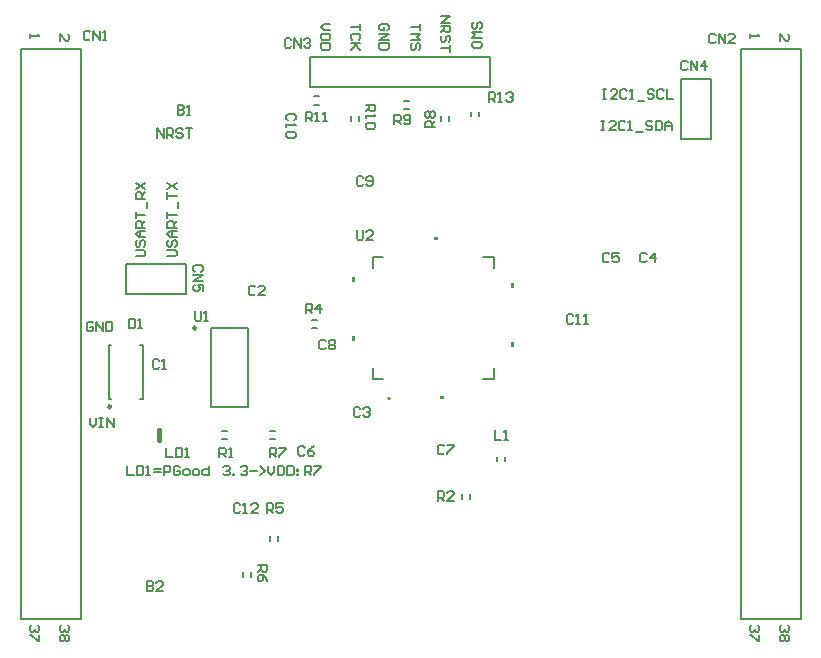
<source format=gto>
G04*
G04 #@! TF.GenerationSoftware,Altium Limited,Altium Designer,19.1.8 (144)*
G04*
G04 Layer_Color=65535*
%FSLAX25Y25*%
%MOIN*%
G70*
G01*
G75*
%ADD10C,0.00600*%
%ADD11C,0.00984*%
%ADD12C,0.00787*%
%ADD13C,0.01575*%
G36*
X466012Y216860D02*
Y215360D01*
X465012D01*
Y216860D01*
X466012D01*
D02*
G37*
G36*
Y236545D02*
Y235045D01*
X465012D01*
Y236545D01*
X466012D01*
D02*
G37*
G36*
X492234Y248988D02*
Y249988D01*
X493734D01*
Y248988D01*
X492234D01*
D02*
G37*
G36*
X494203Y197012D02*
Y196012D01*
X495703D01*
Y197012D01*
X494203D01*
D02*
G37*
G36*
X517988Y214892D02*
Y213392D01*
X518988D01*
Y214892D01*
X517988D01*
D02*
G37*
G36*
Y234577D02*
Y233077D01*
X518988D01*
Y234577D01*
X517988D01*
D02*
G37*
D10*
X477536Y196028D02*
G03*
X477536Y196028I-300J0D01*
G01*
X471800Y243200D02*
X475329D01*
X512200Y239671D02*
Y243200D01*
X508671Y202800D02*
X512200D01*
X471800D02*
X475329D01*
X471800Y239671D02*
Y243200D01*
X508671D02*
X512200D01*
Y202800D02*
Y206329D01*
X471800Y202800D02*
Y206329D01*
X466500Y252199D02*
Y249533D01*
X467033Y249000D01*
X468099D01*
X468633Y249533D01*
Y252199D01*
X471832Y249000D02*
X469699D01*
X471832Y251133D01*
Y251666D01*
X471298Y252199D01*
X470232D01*
X469699Y251666D01*
X445666Y288867D02*
X446199Y289401D01*
Y290467D01*
X445666Y291000D01*
X443533D01*
X443000Y290467D01*
Y289401D01*
X443533Y288867D01*
X443000Y287801D02*
Y286735D01*
Y287268D01*
X446199D01*
X445666Y287801D01*
Y285135D02*
X446199Y284602D01*
Y283536D01*
X445666Y283003D01*
X443533D01*
X443000Y283536D01*
Y284602D01*
X443533Y285135D01*
X445666D01*
X510500Y295000D02*
Y298199D01*
X512100D01*
X512633Y297666D01*
Y296600D01*
X512100Y296066D01*
X510500D01*
X511566D02*
X512633Y295000D01*
X513699D02*
X514765D01*
X514232D01*
Y298199D01*
X513699Y297666D01*
X516365D02*
X516898Y298199D01*
X517964D01*
X518497Y297666D01*
Y297133D01*
X517964Y296600D01*
X517431D01*
X517964D01*
X518497Y296066D01*
Y295533D01*
X517964Y295000D01*
X516898D01*
X516365Y295533D01*
X610166Y120500D02*
X610699Y119967D01*
Y118901D01*
X610166Y118367D01*
X609633D01*
X609099Y118901D01*
Y119434D01*
Y118901D01*
X608566Y118367D01*
X608033D01*
X607500Y118901D01*
Y119967D01*
X608033Y120500D01*
X610166Y117301D02*
X610699Y116768D01*
Y115701D01*
X610166Y115168D01*
X609633D01*
X609099Y115701D01*
X608566Y115168D01*
X608033D01*
X607500Y115701D01*
Y116768D01*
X608033Y117301D01*
X608566D01*
X609099Y116768D01*
X609633Y117301D01*
X610166D01*
X609099Y116768D02*
Y115701D01*
X600166Y120500D02*
X600699Y119967D01*
Y118901D01*
X600166Y118367D01*
X599633D01*
X599099Y118901D01*
Y119434D01*
Y118901D01*
X598566Y118367D01*
X598033D01*
X597500Y118901D01*
Y119967D01*
X598033Y120500D01*
X600699Y117301D02*
Y115168D01*
X600166D01*
X598033Y117301D01*
X597500D01*
Y317500D02*
Y316434D01*
Y316967D01*
X600699D01*
X600166Y317500D01*
X607500Y315367D02*
Y317500D01*
X609633Y315367D01*
X610166D01*
X610699Y315900D01*
Y316967D01*
X610166Y317500D01*
X400000Y283000D02*
Y286199D01*
X402133Y283000D01*
Y286199D01*
X403199Y283000D02*
Y286199D01*
X404799D01*
X405332Y285666D01*
Y284599D01*
X404799Y284066D01*
X403199D01*
X404265D02*
X405332Y283000D01*
X408531Y285666D02*
X407997Y286199D01*
X406931D01*
X406398Y285666D01*
Y285133D01*
X406931Y284599D01*
X407997D01*
X408531Y284066D01*
Y283533D01*
X407997Y283000D01*
X406931D01*
X406398Y283533D01*
X409597Y286199D02*
X411730D01*
X410663D01*
Y283000D01*
X377500Y189699D02*
Y187566D01*
X378566Y186500D01*
X379633Y187566D01*
Y189699D01*
X380699D02*
X381765D01*
X381232D01*
Y186500D01*
X380699D01*
X381765D01*
X383365D02*
Y189699D01*
X385497Y186500D01*
Y189699D01*
X378633Y221166D02*
X378099Y221699D01*
X377033D01*
X376500Y221166D01*
Y219033D01*
X377033Y218500D01*
X378099D01*
X378633Y219033D01*
Y220099D01*
X377566D01*
X379699Y218500D02*
Y221699D01*
X381832Y218500D01*
Y221699D01*
X382898D02*
Y218500D01*
X384497D01*
X385031Y219033D01*
Y221166D01*
X384497Y221699D01*
X382898D01*
X392801Y243500D02*
X395467D01*
X396000Y244033D01*
Y245099D01*
X395467Y245633D01*
X392801D01*
X393334Y248832D02*
X392801Y248299D01*
Y247232D01*
X393334Y246699D01*
X393867D01*
X394401Y247232D01*
Y248299D01*
X394934Y248832D01*
X395467D01*
X396000Y248299D01*
Y247232D01*
X395467Y246699D01*
X396000Y249898D02*
X393867D01*
X392801Y250964D01*
X393867Y252031D01*
X396000D01*
X394401D01*
Y249898D01*
X396000Y253097D02*
X392801D01*
Y254696D01*
X393334Y255230D01*
X394401D01*
X394934Y254696D01*
Y253097D01*
Y254163D02*
X396000Y255230D01*
X392801Y256296D02*
Y258429D01*
Y257362D01*
X396000D01*
X396533Y259495D02*
Y261628D01*
X396000Y262694D02*
X392801D01*
Y264293D01*
X393334Y264826D01*
X394401D01*
X394934Y264293D01*
Y262694D01*
Y263760D02*
X396000Y264826D01*
X392801Y265893D02*
X396000Y268025D01*
X392801D02*
X396000Y265893D01*
X403301Y243500D02*
X405967D01*
X406500Y244033D01*
Y245099D01*
X405967Y245633D01*
X403301D01*
X403834Y248832D02*
X403301Y248299D01*
Y247232D01*
X403834Y246699D01*
X404367D01*
X404901Y247232D01*
Y248299D01*
X405434Y248832D01*
X405967D01*
X406500Y248299D01*
Y247232D01*
X405967Y246699D01*
X406500Y249898D02*
X404367D01*
X403301Y250964D01*
X404367Y252031D01*
X406500D01*
X404901D01*
Y249898D01*
X406500Y253097D02*
X403301D01*
Y254696D01*
X403834Y255230D01*
X404901D01*
X405434Y254696D01*
Y253097D01*
Y254163D02*
X406500Y255230D01*
X403301Y256296D02*
Y258429D01*
Y257362D01*
X406500D01*
X407033Y259495D02*
Y261628D01*
X403301Y262694D02*
Y264826D01*
Y263760D01*
X406500D01*
X403301Y265893D02*
X406500Y268025D01*
X403301D02*
X406500Y265893D01*
X548000Y288699D02*
X549066D01*
X548533D01*
Y285500D01*
X548000D01*
X549066D01*
X552798D02*
X550666D01*
X552798Y287633D01*
Y288166D01*
X552265Y288699D01*
X551199D01*
X550666Y288166D01*
X555997D02*
X555464Y288699D01*
X554398D01*
X553865Y288166D01*
Y286033D01*
X554398Y285500D01*
X555464D01*
X555997Y286033D01*
X557064Y285500D02*
X558130D01*
X557597D01*
Y288699D01*
X557064Y288166D01*
X559729Y284967D02*
X561862D01*
X565061Y288166D02*
X564528Y288699D01*
X563462D01*
X562928Y288166D01*
Y287633D01*
X563462Y287100D01*
X564528D01*
X565061Y286566D01*
Y286033D01*
X564528Y285500D01*
X563462D01*
X562928Y286033D01*
X566127Y288699D02*
Y285500D01*
X567727D01*
X568260Y286033D01*
Y288166D01*
X567727Y288699D01*
X566127D01*
X569326Y285500D02*
Y287633D01*
X570393Y288699D01*
X571459Y287633D01*
Y285500D01*
Y287100D01*
X569326D01*
X548500Y299199D02*
X549566D01*
X549033D01*
Y296000D01*
X548500D01*
X549566D01*
X553298D02*
X551166D01*
X553298Y298133D01*
Y298666D01*
X552765Y299199D01*
X551699D01*
X551166Y298666D01*
X556497D02*
X555964Y299199D01*
X554898D01*
X554365Y298666D01*
Y296533D01*
X554898Y296000D01*
X555964D01*
X556497Y296533D01*
X557564Y296000D02*
X558630D01*
X558097D01*
Y299199D01*
X557564Y298666D01*
X560229Y295467D02*
X562362D01*
X565561Y298666D02*
X565028Y299199D01*
X563962D01*
X563428Y298666D01*
Y298133D01*
X563962Y297600D01*
X565028D01*
X565561Y297066D01*
Y296533D01*
X565028Y296000D01*
X563962D01*
X563428Y296533D01*
X568760Y298666D02*
X568227Y299199D01*
X567161D01*
X566628Y298666D01*
Y296533D01*
X567161Y296000D01*
X568227D01*
X568760Y296533D01*
X569827Y299199D02*
Y296000D01*
X571959D01*
X370166Y120500D02*
X370699Y119967D01*
Y118901D01*
X370166Y118367D01*
X369633D01*
X369099Y118901D01*
Y119434D01*
Y118901D01*
X368566Y118367D01*
X368033D01*
X367500Y118901D01*
Y119967D01*
X368033Y120500D01*
X370166Y117301D02*
X370699Y116768D01*
Y115701D01*
X370166Y115168D01*
X369633D01*
X369099Y115701D01*
X368566Y115168D01*
X368033D01*
X367500Y115701D01*
Y116768D01*
X368033Y117301D01*
X368566D01*
X369099Y116768D01*
X369633Y117301D01*
X370166D01*
X369099Y116768D02*
Y115701D01*
X360166Y120500D02*
X360699Y119967D01*
Y118901D01*
X360166Y118367D01*
X359633D01*
X359100Y118901D01*
Y119434D01*
Y118901D01*
X358566Y118367D01*
X358033D01*
X357500Y118901D01*
Y119967D01*
X358033Y120500D01*
X360699Y117301D02*
Y115168D01*
X360166D01*
X358033Y117301D01*
X357500D01*
Y317500D02*
Y316434D01*
Y316967D01*
X360699D01*
X360166Y317500D01*
X367500Y315367D02*
Y317500D01*
X369633Y315367D01*
X370166D01*
X370699Y315900D01*
Y316967D01*
X370166Y317500D01*
X390000Y173699D02*
Y170500D01*
X392133D01*
X393199Y173699D02*
Y170500D01*
X394798D01*
X395332Y171033D01*
Y173166D01*
X394798Y173699D01*
X393199D01*
X396398Y170500D02*
X397464D01*
X396931D01*
Y173699D01*
X396398Y173166D01*
X399064Y171566D02*
X401196D01*
X399064Y172633D02*
X401196D01*
X402263Y170500D02*
Y173699D01*
X403862D01*
X404395Y173166D01*
Y172099D01*
X403862Y171566D01*
X402263D01*
X407594Y173166D02*
X407061Y173699D01*
X405995D01*
X405462Y173166D01*
Y171033D01*
X405995Y170500D01*
X407061D01*
X407594Y171033D01*
Y172099D01*
X406528D01*
X409194Y170500D02*
X410260D01*
X410793Y171033D01*
Y172099D01*
X410260Y172633D01*
X409194D01*
X408661Y172099D01*
Y171033D01*
X409194Y170500D01*
X412393D02*
X413459D01*
X413992Y171033D01*
Y172099D01*
X413459Y172633D01*
X412393D01*
X411860Y172099D01*
Y171033D01*
X412393Y170500D01*
X417191Y173699D02*
Y170500D01*
X415592D01*
X415059Y171033D01*
Y172099D01*
X415592Y172633D01*
X417191D01*
X422000Y173166D02*
X422533Y173699D01*
X423599D01*
X424133Y173166D01*
Y172633D01*
X423599Y172099D01*
X423066D01*
X423599D01*
X424133Y171566D01*
Y171033D01*
X423599Y170500D01*
X422533D01*
X422000Y171033D01*
X425199Y170500D02*
Y171033D01*
X425732D01*
Y170500D01*
X425199D01*
X427865Y173166D02*
X428398Y173699D01*
X429464D01*
X429997Y173166D01*
Y172633D01*
X429464Y172099D01*
X428931D01*
X429464D01*
X429997Y171566D01*
Y171033D01*
X429464Y170500D01*
X428398D01*
X427865Y171033D01*
X431064Y172099D02*
X433196D01*
X434263Y170500D02*
X435862Y172099D01*
X434263Y173699D01*
X436929D02*
Y171566D01*
X437995Y170500D01*
X439061Y171566D01*
Y173699D01*
X440128D02*
Y170500D01*
X441727D01*
X442260Y171033D01*
Y173166D01*
X441727Y173699D01*
X440128D01*
X443327D02*
Y170500D01*
X444926D01*
X445459Y171033D01*
Y173166D01*
X444926Y173699D01*
X443327D01*
X446525Y172633D02*
X447059D01*
Y172099D01*
X446525D01*
Y172633D01*
Y171033D02*
X447059D01*
Y170500D01*
X446525D01*
Y171033D01*
X449191Y170500D02*
Y173699D01*
X450791D01*
X451324Y173166D01*
Y172099D01*
X450791Y171566D01*
X449191D01*
X450257D02*
X451324Y170500D01*
X452390Y173699D02*
X454523D01*
Y173166D01*
X452390Y171033D01*
Y170500D01*
X507666Y319367D02*
X508199Y319900D01*
Y320967D01*
X507666Y321500D01*
X507133D01*
X506600Y320967D01*
Y319900D01*
X506066Y319367D01*
X505533D01*
X505000Y319900D01*
Y320967D01*
X505533Y321500D01*
X508199Y318301D02*
X505000D01*
X506066Y317235D01*
X505000Y316168D01*
X508199D01*
Y313503D02*
Y314569D01*
X507666Y315102D01*
X505533D01*
X505000Y314569D01*
Y313503D01*
X505533Y312969D01*
X507666D01*
X508199Y313503D01*
X494500Y323500D02*
X497699D01*
X494500Y321367D01*
X497699D01*
X494500Y320301D02*
X497699D01*
Y318702D01*
X497166Y318168D01*
X496100D01*
X495566Y318702D01*
Y320301D01*
Y319235D02*
X494500Y318168D01*
X497166Y314969D02*
X497699Y315503D01*
Y316569D01*
X497166Y317102D01*
X496633D01*
X496100Y316569D01*
Y315503D01*
X495566Y314969D01*
X495033D01*
X494500Y315503D01*
Y316569D01*
X495033Y317102D01*
X497699Y313903D02*
Y311770D01*
Y312837D01*
X494500D01*
X487699Y321000D02*
Y318867D01*
Y319934D01*
X484500D01*
Y317801D02*
X487699D01*
X486633Y316735D01*
X487699Y315668D01*
X484500D01*
X487166Y312469D02*
X487699Y313003D01*
Y314069D01*
X487166Y314602D01*
X486633D01*
X486099Y314069D01*
Y313003D01*
X485566Y312469D01*
X485033D01*
X484500Y313003D01*
Y314069D01*
X485033Y314602D01*
X476666Y318867D02*
X477199Y319401D01*
Y320467D01*
X476666Y321000D01*
X474533D01*
X474000Y320467D01*
Y319401D01*
X474533Y318867D01*
X475599D01*
Y319934D01*
X474000Y317801D02*
X477199D01*
X474000Y315668D01*
X477199D01*
Y314602D02*
X474000D01*
Y313003D01*
X474533Y312469D01*
X476666D01*
X477199Y313003D01*
Y314602D01*
X467699Y321000D02*
Y318867D01*
Y319934D01*
X464500D01*
X467166Y315668D02*
X467699Y316201D01*
Y317268D01*
X467166Y317801D01*
X465033D01*
X464500Y317268D01*
Y316201D01*
X465033Y315668D01*
X467699Y314602D02*
X464500D01*
X465566D01*
X467699Y312469D01*
X466100Y314069D01*
X464500Y312469D01*
X457699Y321000D02*
X455566D01*
X454500Y319934D01*
X455566Y318867D01*
X457699D01*
Y317801D02*
X454500D01*
Y316201D01*
X455033Y315668D01*
X457166D01*
X457699Y316201D01*
Y317801D01*
Y314602D02*
X454500D01*
Y313003D01*
X455033Y312469D01*
X457166D01*
X457699Y313003D01*
Y314602D01*
X390500Y222699D02*
Y219500D01*
X392099D01*
X392633Y220033D01*
Y222166D01*
X392099Y222699D01*
X390500D01*
X393699Y219500D02*
X394765D01*
X394232D01*
Y222699D01*
X393699Y222166D01*
X396500Y135199D02*
Y132000D01*
X398099D01*
X398633Y132533D01*
Y133066D01*
X398099Y133599D01*
X396500D01*
X398099D01*
X398633Y134133D01*
Y134666D01*
X398099Y135199D01*
X396500D01*
X401832Y132000D02*
X399699D01*
X401832Y134133D01*
Y134666D01*
X401299Y135199D01*
X400232D01*
X399699Y134666D01*
X406756Y293943D02*
Y290744D01*
X408355D01*
X408888Y291277D01*
Y291810D01*
X408355Y292344D01*
X406756D01*
X408355D01*
X408888Y292877D01*
Y293410D01*
X408355Y293943D01*
X406756D01*
X409955Y290744D02*
X411021D01*
X410488D01*
Y293943D01*
X409955Y293410D01*
X449524Y288476D02*
Y291675D01*
X451123D01*
X451656Y291142D01*
Y290076D01*
X451123Y289543D01*
X449524D01*
X450590D02*
X451656Y288476D01*
X452723D02*
X453789D01*
X453256D01*
Y291675D01*
X452723Y291142D01*
X455388Y288476D02*
X456455D01*
X455922D01*
Y291675D01*
X455388Y291142D01*
X414666Y238367D02*
X415199Y238900D01*
Y239967D01*
X414666Y240500D01*
X412533D01*
X412000Y239967D01*
Y238900D01*
X412533Y238367D01*
X412000Y237301D02*
X415199D01*
X412000Y235168D01*
X415199D01*
Y231969D02*
Y234102D01*
X413599D01*
X414133Y233036D01*
Y232503D01*
X413599Y231969D01*
X412533D01*
X412000Y232503D01*
Y233569D01*
X412533Y234102D01*
X576833Y308166D02*
X576299Y308699D01*
X575233D01*
X574700Y308166D01*
Y306033D01*
X575233Y305500D01*
X576299D01*
X576833Y306033D01*
X577899Y305500D02*
Y308699D01*
X580032Y305500D01*
Y308699D01*
X582697Y305500D02*
Y308699D01*
X581098Y307100D01*
X583231D01*
X412500Y225199D02*
Y222533D01*
X413033Y222000D01*
X414100D01*
X414633Y222533D01*
Y225199D01*
X415699Y222000D02*
X416765D01*
X416232D01*
Y225199D01*
X415699Y224666D01*
X512500Y185652D02*
Y182453D01*
X514633D01*
X515699D02*
X516765D01*
X516232D01*
Y185652D01*
X515699Y185119D01*
X469500Y294000D02*
X472699D01*
Y292401D01*
X472166Y291867D01*
X471100D01*
X470566Y292401D01*
Y294000D01*
Y292934D02*
X469500Y291867D01*
Y290801D02*
Y289735D01*
Y290268D01*
X472699D01*
X472166Y290801D01*
Y288135D02*
X472699Y287602D01*
Y286536D01*
X472166Y286003D01*
X470033D01*
X469500Y286536D01*
Y287602D01*
X470033Y288135D01*
X472166D01*
X479000Y287500D02*
Y290699D01*
X480599D01*
X481133Y290166D01*
Y289100D01*
X480599Y288566D01*
X479000D01*
X480066D02*
X481133Y287500D01*
X482199Y288033D02*
X482732Y287500D01*
X483798D01*
X484332Y288033D01*
Y290166D01*
X483798Y290699D01*
X482732D01*
X482199Y290166D01*
Y289633D01*
X482732Y289100D01*
X484332D01*
X492500Y286500D02*
X489301D01*
Y288100D01*
X489834Y288633D01*
X490901D01*
X491434Y288100D01*
Y286500D01*
Y287566D02*
X492500Y288633D01*
X489834Y289699D02*
X489301Y290232D01*
Y291299D01*
X489834Y291832D01*
X490367D01*
X490901Y291299D01*
X491434Y291832D01*
X491967D01*
X492500Y291299D01*
Y290232D01*
X491967Y289699D01*
X491434D01*
X490901Y290232D01*
X490367Y289699D01*
X489834D01*
X490901Y290232D02*
Y291299D01*
X437500Y176500D02*
Y179699D01*
X439100D01*
X439633Y179166D01*
Y178100D01*
X439100Y177566D01*
X437500D01*
X438566D02*
X439633Y176500D01*
X440699Y179699D02*
X442832D01*
Y179166D01*
X440699Y177033D01*
Y176500D01*
X433500Y140500D02*
X436699D01*
Y138900D01*
X436166Y138367D01*
X435100D01*
X434566Y138900D01*
Y140500D01*
Y139434D02*
X433500Y138367D01*
X436699Y135168D02*
X436166Y136235D01*
X435100Y137301D01*
X434033D01*
X433500Y136768D01*
Y135702D01*
X434033Y135168D01*
X434566D01*
X435100Y135702D01*
Y137301D01*
X436500Y158000D02*
Y161199D01*
X438099D01*
X438633Y160666D01*
Y159599D01*
X438099Y159066D01*
X436500D01*
X437566D02*
X438633Y158000D01*
X441832Y161199D02*
X439699D01*
Y159599D01*
X440765Y160133D01*
X441298D01*
X441832Y159599D01*
Y158533D01*
X441298Y158000D01*
X440232D01*
X439699Y158533D01*
X449500Y224500D02*
Y227699D01*
X451099D01*
X451633Y227166D01*
Y226099D01*
X451099Y225566D01*
X449500D01*
X450566D02*
X451633Y224500D01*
X454298D02*
Y227699D01*
X452699Y226099D01*
X454832D01*
X493500Y162047D02*
Y165246D01*
X495099D01*
X495633Y164713D01*
Y163647D01*
X495099Y163114D01*
X493500D01*
X494566D02*
X495633Y162047D01*
X498832D02*
X496699D01*
X498832Y164180D01*
Y164713D01*
X498299Y165246D01*
X497232D01*
X496699Y164713D01*
X420744Y176500D02*
Y179699D01*
X422344D01*
X422877Y179166D01*
Y178100D01*
X422344Y177566D01*
X420744D01*
X421810D02*
X422877Y176500D01*
X423943D02*
X425009D01*
X424476D01*
Y179699D01*
X423943Y179166D01*
X403000Y179699D02*
Y176500D01*
X405133D01*
X406199Y179699D02*
Y176500D01*
X407798D01*
X408332Y177033D01*
Y179166D01*
X407798Y179699D01*
X406199D01*
X409398Y176500D02*
X410464D01*
X409931D01*
Y179699D01*
X409398Y179166D01*
X444633Y315666D02*
X444100Y316199D01*
X443033D01*
X442500Y315666D01*
Y313533D01*
X443033Y313000D01*
X444100D01*
X444633Y313533D01*
X445699Y313000D02*
Y316199D01*
X447832Y313000D01*
Y316199D01*
X448898Y315666D02*
X449431Y316199D01*
X450497D01*
X451031Y315666D01*
Y315133D01*
X450497Y314599D01*
X449964D01*
X450497D01*
X451031Y314066D01*
Y313533D01*
X450497Y313000D01*
X449431D01*
X448898Y313533D01*
X586133Y317166D02*
X585600Y317699D01*
X584533D01*
X584000Y317166D01*
Y315033D01*
X584533Y314500D01*
X585600D01*
X586133Y315033D01*
X587199Y314500D02*
Y317699D01*
X589332Y314500D01*
Y317699D01*
X592531Y314500D02*
X590398D01*
X592531Y316633D01*
Y317166D01*
X591997Y317699D01*
X590931D01*
X590398Y317166D01*
X377633Y318166D02*
X377099Y318699D01*
X376033D01*
X375500Y318166D01*
Y316033D01*
X376033Y315500D01*
X377099D01*
X377633Y316033D01*
X378699Y315500D02*
Y318699D01*
X380832Y315500D01*
Y318699D01*
X381898Y315500D02*
X382964D01*
X382431D01*
Y318699D01*
X381898Y318166D01*
X427633Y160666D02*
X427100Y161199D01*
X426033D01*
X425500Y160666D01*
Y158533D01*
X426033Y158000D01*
X427100D01*
X427633Y158533D01*
X428699Y158000D02*
X429765D01*
X429232D01*
Y161199D01*
X428699Y160666D01*
X433497Y158000D02*
X431365D01*
X433497Y160133D01*
Y160666D01*
X432964Y161199D01*
X431898D01*
X431365Y160666D01*
X538633Y223666D02*
X538099Y224199D01*
X537033D01*
X536500Y223666D01*
Y221533D01*
X537033Y221000D01*
X538099D01*
X538633Y221533D01*
X539699Y221000D02*
X540765D01*
X540232D01*
Y224199D01*
X539699Y223666D01*
X542365Y221000D02*
X543431D01*
X542898D01*
Y224199D01*
X542365Y223666D01*
X468633Y269666D02*
X468099Y270199D01*
X467033D01*
X466500Y269666D01*
Y267533D01*
X467033Y267000D01*
X468099D01*
X468633Y267533D01*
X469699D02*
X470232Y267000D01*
X471298D01*
X471832Y267533D01*
Y269666D01*
X471298Y270199D01*
X470232D01*
X469699Y269666D01*
Y269133D01*
X470232Y268600D01*
X471832D01*
X456133Y215166D02*
X455599Y215699D01*
X454533D01*
X454000Y215166D01*
Y213033D01*
X454533Y212500D01*
X455599D01*
X456133Y213033D01*
X457199Y215166D02*
X457732Y215699D01*
X458798D01*
X459332Y215166D01*
Y214633D01*
X458798Y214100D01*
X459332Y213566D01*
Y213033D01*
X458798Y212500D01*
X457732D01*
X457199Y213033D01*
Y213566D01*
X457732Y214100D01*
X457199Y214633D01*
Y215166D01*
X457732Y214100D02*
X458798D01*
X495633Y180166D02*
X495099Y180699D01*
X494033D01*
X493500Y180166D01*
Y178033D01*
X494033Y177500D01*
X495099D01*
X495633Y178033D01*
X496699Y180699D02*
X498832D01*
Y180166D01*
X496699Y178033D01*
Y177500D01*
X449133Y179666D02*
X448599Y180199D01*
X447533D01*
X447000Y179666D01*
Y177533D01*
X447533Y177000D01*
X448599D01*
X449133Y177533D01*
X452332Y180199D02*
X451265Y179666D01*
X450199Y178600D01*
Y177533D01*
X450732Y177000D01*
X451798D01*
X452332Y177533D01*
Y178066D01*
X451798Y178600D01*
X450199D01*
X550633Y244166D02*
X550100Y244699D01*
X549033D01*
X548500Y244166D01*
Y242033D01*
X549033Y241500D01*
X550100D01*
X550633Y242033D01*
X553832Y244699D02*
X551699D01*
Y243099D01*
X552765Y243633D01*
X553298D01*
X553832Y243099D01*
Y242033D01*
X553298Y241500D01*
X552232D01*
X551699Y242033D01*
X563133Y244166D02*
X562600Y244699D01*
X561533D01*
X561000Y244166D01*
Y242033D01*
X561533Y241500D01*
X562600D01*
X563133Y242033D01*
X565798Y241500D02*
Y244699D01*
X564199Y243099D01*
X566332D01*
X467633Y192666D02*
X467100Y193199D01*
X466033D01*
X465500Y192666D01*
Y190533D01*
X466033Y190000D01*
X467100D01*
X467633Y190533D01*
X468699Y192666D02*
X469232Y193199D01*
X470298D01*
X470832Y192666D01*
Y192133D01*
X470298Y191600D01*
X469765D01*
X470298D01*
X470832Y191066D01*
Y190533D01*
X470298Y190000D01*
X469232D01*
X468699Y190533D01*
X432633Y233166D02*
X432099Y233699D01*
X431033D01*
X430500Y233166D01*
Y231033D01*
X431033Y230500D01*
X432099D01*
X432633Y231033D01*
X435832Y230500D02*
X433699D01*
X435832Y232633D01*
Y233166D01*
X435298Y233699D01*
X434232D01*
X433699Y233166D01*
X400633Y208666D02*
X400100Y209199D01*
X399033D01*
X398500Y208666D01*
Y206533D01*
X399033Y206000D01*
X400100D01*
X400633Y206533D01*
X401699Y206000D02*
X402765D01*
X402232D01*
Y209199D01*
X401699Y208666D01*
D11*
X384579Y193386D02*
G03*
X384579Y193386I-492J0D01*
G01*
X412976Y219689D02*
G03*
X412976Y219689I-492J0D01*
G01*
D12*
X507378Y290213D02*
Y291787D01*
X504622Y290213D02*
Y291787D01*
X383791Y195945D02*
Y214055D01*
X395209Y195945D02*
Y214055D01*
X383791Y195945D02*
X384677D01*
X383791Y214055D02*
X384677D01*
X394323Y195945D02*
X395209D01*
X394323Y214055D02*
X395209D01*
X594500Y122500D02*
X614500D01*
X594500Y312500D02*
X614500D01*
Y122500D02*
Y312500D01*
X594500Y122500D02*
Y312500D01*
X452213Y294122D02*
X453787D01*
X452213Y296878D02*
X453787D01*
X451713Y219622D02*
X453287D01*
X451713Y222378D02*
X453287D01*
X409500Y231000D02*
Y241000D01*
X389500Y231000D02*
X409500D01*
X389500D02*
Y241000D01*
X409500D01*
X574500Y282500D02*
X584500D01*
X574500D02*
Y302500D01*
X584500D01*
Y282500D02*
Y302500D01*
X504378Y162760D02*
Y164335D01*
X501622Y162760D02*
Y164335D01*
X354500Y122500D02*
X374500D01*
X354500Y312500D02*
X374500D01*
Y122500D02*
Y312500D01*
X354500Y122500D02*
Y312500D01*
X437622Y148713D02*
Y150287D01*
X440378Y148713D02*
Y150287D01*
X431378Y136713D02*
Y138287D01*
X428622Y136713D02*
Y138287D01*
X513122Y175213D02*
Y176787D01*
X515878Y175213D02*
Y176787D01*
X417898Y193311D02*
X430102D01*
X417898Y219689D02*
X430102D01*
Y193311D02*
Y219689D01*
X417898Y193311D02*
Y219689D01*
X421713Y185378D02*
X423287D01*
X421713Y182622D02*
X423287D01*
X437713Y182622D02*
X439287D01*
X437713Y185378D02*
X439287D01*
X511000Y300000D02*
Y310000D01*
X451000Y300000D02*
Y310000D01*
X511000D01*
X451000Y300000D02*
X511000D01*
X497378Y288760D02*
Y290335D01*
X494622Y288760D02*
Y290335D01*
X482213Y292622D02*
X483787D01*
X482213Y295378D02*
X483787D01*
X467378Y288713D02*
Y290287D01*
X464622Y288713D02*
Y290287D01*
D13*
X400504Y182425D02*
Y185574D01*
M02*

</source>
